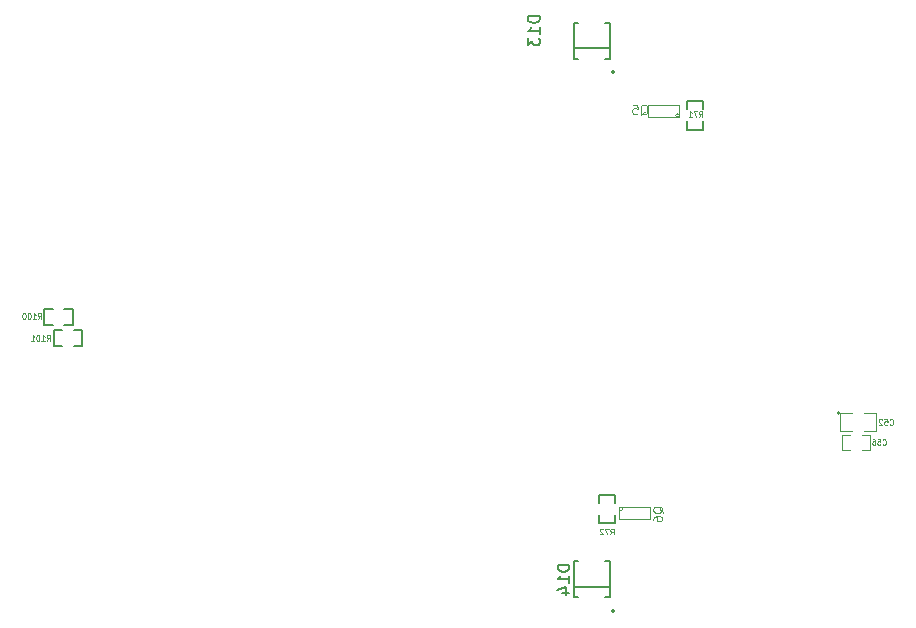
<source format=gbo>
G04 (created by PCBNEW (2013-07-07 BZR 4022)-stable) date 9/7/2014 5:26:02 PM*
%MOIN*%
G04 Gerber Fmt 3.4, Leading zero omitted, Abs format*
%FSLAX34Y34*%
G01*
G70*
G90*
G04 APERTURE LIST*
%ADD10C,0.00590551*%
%ADD11C,0.0031*%
%ADD12C,0.0039*%
%ADD13C,0.005*%
%ADD14C,0.0047*%
%ADD15C,0.0043*%
%ADD16C,0.0045*%
G04 APERTURE END LIST*
G54D10*
G54D11*
X90695Y-47168D02*
G75*
G03X90695Y-47168I-62J0D01*
G74*
G01*
X89670Y-46830D02*
X89670Y-47230D01*
X90695Y-46830D02*
X90695Y-47230D01*
X89670Y-47230D02*
X90695Y-47230D01*
X90695Y-46830D02*
X89670Y-46830D01*
X88819Y-60272D02*
G75*
G03X88819Y-60272I-62J0D01*
G74*
G01*
X89720Y-60610D02*
X89720Y-60210D01*
X88695Y-60610D02*
X88695Y-60210D01*
X89720Y-60210D02*
X88695Y-60210D01*
X88695Y-60610D02*
X89720Y-60610D01*
G54D12*
X96070Y-57080D02*
G75*
G03X96070Y-57080I-50J0D01*
G74*
G01*
X96470Y-57080D02*
X96070Y-57080D01*
X96070Y-57080D02*
X96070Y-57680D01*
X96070Y-57680D02*
X96470Y-57680D01*
X96870Y-57680D02*
X97270Y-57680D01*
X97270Y-57680D02*
X97270Y-57080D01*
X97270Y-57080D02*
X96870Y-57080D01*
G54D13*
X88015Y-60083D02*
X88015Y-59805D01*
X88015Y-59805D02*
X88565Y-59805D01*
X88565Y-59805D02*
X88565Y-60083D01*
X88015Y-60755D02*
X88015Y-60477D01*
X88015Y-60755D02*
X88565Y-60755D01*
X88565Y-60755D02*
X88565Y-60477D01*
X91495Y-47357D02*
X91495Y-47635D01*
X91495Y-47635D02*
X90945Y-47635D01*
X90945Y-47635D02*
X90945Y-47357D01*
X91495Y-46685D02*
X91495Y-46963D01*
X91495Y-46685D02*
X90945Y-46685D01*
X90945Y-46685D02*
X90945Y-46963D01*
G54D14*
X96787Y-57814D02*
X97062Y-57814D01*
X96393Y-57814D02*
X96118Y-57814D01*
X96787Y-58326D02*
X97062Y-58326D01*
X96118Y-58326D02*
X96393Y-58326D01*
X97062Y-58320D02*
X97062Y-57820D01*
X96118Y-57820D02*
X96118Y-58320D01*
G54D10*
X88540Y-63670D02*
G75*
G03X88540Y-63670I-50J0D01*
G74*
G01*
X88390Y-62870D02*
X87190Y-62870D01*
X88390Y-63220D02*
X88240Y-63220D01*
X87340Y-62020D02*
X87190Y-62020D01*
X87190Y-62020D02*
X87190Y-63220D01*
X87190Y-63220D02*
X87340Y-63220D01*
X88390Y-63220D02*
X88390Y-62020D01*
X88390Y-62020D02*
X88240Y-62020D01*
X88540Y-45730D02*
G75*
G03X88540Y-45730I-50J0D01*
G74*
G01*
X88390Y-44930D02*
X87190Y-44930D01*
X88390Y-45280D02*
X88240Y-45280D01*
X87340Y-44080D02*
X87190Y-44080D01*
X87190Y-44080D02*
X87190Y-45280D01*
X87190Y-45280D02*
X87340Y-45280D01*
X88390Y-45280D02*
X88390Y-44080D01*
X88390Y-44080D02*
X88240Y-44080D01*
G54D13*
X70123Y-54855D02*
X69845Y-54855D01*
X69845Y-54855D02*
X69845Y-54305D01*
X69845Y-54305D02*
X70123Y-54305D01*
X70795Y-54855D02*
X70517Y-54855D01*
X70795Y-54855D02*
X70795Y-54305D01*
X70795Y-54305D02*
X70517Y-54305D01*
X69813Y-54155D02*
X69535Y-54155D01*
X69535Y-54155D02*
X69535Y-53605D01*
X69535Y-53605D02*
X69813Y-53605D01*
X70485Y-54155D02*
X70207Y-54155D01*
X70485Y-54155D02*
X70485Y-53605D01*
X70485Y-53605D02*
X70207Y-53605D01*
G54D14*
X89411Y-47141D02*
X89440Y-47126D01*
X89468Y-47098D01*
X89511Y-47055D01*
X89540Y-47041D01*
X89568Y-47041D01*
X89554Y-47112D02*
X89583Y-47098D01*
X89611Y-47069D01*
X89625Y-47012D01*
X89625Y-46912D01*
X89611Y-46855D01*
X89583Y-46826D01*
X89554Y-46812D01*
X89497Y-46812D01*
X89468Y-46826D01*
X89440Y-46855D01*
X89425Y-46912D01*
X89425Y-47012D01*
X89440Y-47069D01*
X89468Y-47098D01*
X89497Y-47112D01*
X89554Y-47112D01*
X89154Y-46812D02*
X89297Y-46812D01*
X89311Y-46955D01*
X89297Y-46941D01*
X89268Y-46926D01*
X89197Y-46926D01*
X89168Y-46941D01*
X89154Y-46955D01*
X89140Y-46983D01*
X89140Y-47055D01*
X89154Y-47083D01*
X89168Y-47098D01*
X89197Y-47112D01*
X89268Y-47112D01*
X89297Y-47098D01*
X89311Y-47083D01*
X90157Y-60420D02*
X90142Y-60391D01*
X90114Y-60363D01*
X90071Y-60320D01*
X90057Y-60291D01*
X90057Y-60263D01*
X90128Y-60277D02*
X90114Y-60249D01*
X90085Y-60220D01*
X90028Y-60206D01*
X89928Y-60206D01*
X89871Y-60220D01*
X89842Y-60249D01*
X89828Y-60277D01*
X89828Y-60334D01*
X89842Y-60363D01*
X89871Y-60391D01*
X89928Y-60406D01*
X90028Y-60406D01*
X90085Y-60391D01*
X90114Y-60363D01*
X90128Y-60334D01*
X90128Y-60277D01*
X89828Y-60663D02*
X89828Y-60606D01*
X89842Y-60577D01*
X89857Y-60563D01*
X89899Y-60534D01*
X89957Y-60520D01*
X90071Y-60520D01*
X90099Y-60534D01*
X90114Y-60549D01*
X90128Y-60577D01*
X90128Y-60634D01*
X90114Y-60663D01*
X90099Y-60677D01*
X90071Y-60691D01*
X89999Y-60691D01*
X89971Y-60677D01*
X89957Y-60663D01*
X89942Y-60634D01*
X89942Y-60577D01*
X89957Y-60549D01*
X89971Y-60534D01*
X89999Y-60520D01*
G54D15*
X97716Y-57460D02*
X97726Y-57470D01*
X97754Y-57479D01*
X97772Y-57479D01*
X97801Y-57470D01*
X97819Y-57451D01*
X97829Y-57432D01*
X97838Y-57395D01*
X97838Y-57367D01*
X97829Y-57329D01*
X97819Y-57310D01*
X97801Y-57292D01*
X97772Y-57282D01*
X97754Y-57282D01*
X97726Y-57292D01*
X97716Y-57301D01*
X97538Y-57282D02*
X97632Y-57282D01*
X97641Y-57376D01*
X97632Y-57367D01*
X97613Y-57357D01*
X97566Y-57357D01*
X97547Y-57367D01*
X97538Y-57376D01*
X97529Y-57395D01*
X97529Y-57442D01*
X97538Y-57460D01*
X97547Y-57470D01*
X97566Y-57479D01*
X97613Y-57479D01*
X97632Y-57470D01*
X97641Y-57460D01*
X97453Y-57301D02*
X97444Y-57292D01*
X97425Y-57282D01*
X97378Y-57282D01*
X97360Y-57292D01*
X97350Y-57301D01*
X97341Y-57320D01*
X97341Y-57339D01*
X97350Y-57367D01*
X97463Y-57479D01*
X97341Y-57479D01*
G54D16*
X88405Y-61129D02*
X88465Y-61035D01*
X88508Y-61129D02*
X88508Y-60932D01*
X88440Y-60932D01*
X88422Y-60942D01*
X88414Y-60951D01*
X88405Y-60970D01*
X88405Y-60998D01*
X88414Y-61017D01*
X88422Y-61026D01*
X88440Y-61035D01*
X88508Y-61035D01*
X88345Y-60932D02*
X88225Y-60932D01*
X88302Y-61129D01*
X88165Y-60951D02*
X88157Y-60942D01*
X88140Y-60932D01*
X88097Y-60932D01*
X88080Y-60942D01*
X88071Y-60951D01*
X88062Y-60970D01*
X88062Y-60989D01*
X88071Y-61017D01*
X88174Y-61129D01*
X88062Y-61129D01*
X91360Y-47214D02*
X91420Y-47120D01*
X91463Y-47214D02*
X91463Y-47017D01*
X91395Y-47017D01*
X91377Y-47027D01*
X91369Y-47036D01*
X91360Y-47055D01*
X91360Y-47083D01*
X91369Y-47102D01*
X91377Y-47111D01*
X91395Y-47120D01*
X91463Y-47120D01*
X91300Y-47017D02*
X91180Y-47017D01*
X91257Y-47214D01*
X91017Y-47214D02*
X91120Y-47214D01*
X91069Y-47214D02*
X91069Y-47017D01*
X91086Y-47045D01*
X91103Y-47064D01*
X91120Y-47074D01*
X97475Y-58131D02*
X97484Y-58141D01*
X97510Y-58150D01*
X97527Y-58150D01*
X97552Y-58141D01*
X97570Y-58122D01*
X97578Y-58103D01*
X97587Y-58065D01*
X97587Y-58036D01*
X97578Y-57998D01*
X97570Y-57979D01*
X97552Y-57960D01*
X97527Y-57950D01*
X97510Y-57950D01*
X97484Y-57960D01*
X97475Y-57970D01*
X97312Y-57950D02*
X97398Y-57950D01*
X97407Y-58046D01*
X97398Y-58036D01*
X97381Y-58027D01*
X97338Y-58027D01*
X97321Y-58036D01*
X97312Y-58046D01*
X97304Y-58065D01*
X97304Y-58112D01*
X97312Y-58131D01*
X97321Y-58141D01*
X97338Y-58150D01*
X97381Y-58150D01*
X97398Y-58141D01*
X97407Y-58131D01*
X97150Y-57950D02*
X97184Y-57950D01*
X97201Y-57960D01*
X97210Y-57970D01*
X97227Y-57998D01*
X97235Y-58036D01*
X97235Y-58112D01*
X97227Y-58131D01*
X97218Y-58141D01*
X97201Y-58150D01*
X97167Y-58150D01*
X97150Y-58141D01*
X97141Y-58131D01*
X97132Y-58112D01*
X97132Y-58065D01*
X97141Y-58046D01*
X97150Y-58036D01*
X97167Y-58027D01*
X97201Y-58027D01*
X97218Y-58036D01*
X97227Y-58046D01*
X97235Y-58065D01*
G54D10*
X87039Y-62141D02*
X86645Y-62141D01*
X86645Y-62235D01*
X86664Y-62291D01*
X86701Y-62329D01*
X86739Y-62348D01*
X86814Y-62366D01*
X86870Y-62366D01*
X86945Y-62348D01*
X86983Y-62329D01*
X87020Y-62291D01*
X87039Y-62235D01*
X87039Y-62141D01*
X87039Y-62741D02*
X87039Y-62516D01*
X87039Y-62629D02*
X86645Y-62629D01*
X86701Y-62591D01*
X86739Y-62554D01*
X86758Y-62516D01*
X86776Y-63079D02*
X87039Y-63079D01*
X86626Y-62985D02*
X86908Y-62891D01*
X86908Y-63135D01*
X86049Y-43851D02*
X85655Y-43851D01*
X85655Y-43945D01*
X85674Y-44001D01*
X85711Y-44039D01*
X85749Y-44058D01*
X85824Y-44076D01*
X85880Y-44076D01*
X85955Y-44058D01*
X85993Y-44039D01*
X86030Y-44001D01*
X86049Y-43945D01*
X86049Y-43851D01*
X86049Y-44451D02*
X86049Y-44226D01*
X86049Y-44339D02*
X85655Y-44339D01*
X85711Y-44301D01*
X85749Y-44264D01*
X85768Y-44226D01*
X85655Y-44583D02*
X85655Y-44826D01*
X85805Y-44695D01*
X85805Y-44751D01*
X85824Y-44789D01*
X85843Y-44808D01*
X85880Y-44826D01*
X85974Y-44826D01*
X86011Y-44808D01*
X86030Y-44789D01*
X86049Y-44751D01*
X86049Y-44639D01*
X86030Y-44601D01*
X86011Y-44583D01*
G54D16*
X69611Y-54679D02*
X69671Y-54585D01*
X69714Y-54679D02*
X69714Y-54482D01*
X69645Y-54482D01*
X69628Y-54492D01*
X69620Y-54501D01*
X69611Y-54520D01*
X69611Y-54548D01*
X69620Y-54567D01*
X69628Y-54576D01*
X69645Y-54585D01*
X69714Y-54585D01*
X69440Y-54679D02*
X69542Y-54679D01*
X69491Y-54679D02*
X69491Y-54482D01*
X69508Y-54510D01*
X69525Y-54529D01*
X69542Y-54539D01*
X69328Y-54482D02*
X69311Y-54482D01*
X69294Y-54492D01*
X69285Y-54501D01*
X69277Y-54520D01*
X69268Y-54557D01*
X69268Y-54604D01*
X69277Y-54642D01*
X69285Y-54660D01*
X69294Y-54670D01*
X69311Y-54679D01*
X69328Y-54679D01*
X69345Y-54670D01*
X69354Y-54660D01*
X69362Y-54642D01*
X69371Y-54604D01*
X69371Y-54557D01*
X69362Y-54520D01*
X69354Y-54501D01*
X69345Y-54492D01*
X69328Y-54482D01*
X69097Y-54679D02*
X69199Y-54679D01*
X69148Y-54679D02*
X69148Y-54482D01*
X69165Y-54510D01*
X69182Y-54529D01*
X69199Y-54539D01*
X69321Y-53949D02*
X69381Y-53855D01*
X69424Y-53949D02*
X69424Y-53752D01*
X69355Y-53752D01*
X69338Y-53762D01*
X69330Y-53771D01*
X69321Y-53790D01*
X69321Y-53818D01*
X69330Y-53837D01*
X69338Y-53846D01*
X69355Y-53855D01*
X69424Y-53855D01*
X69150Y-53949D02*
X69252Y-53949D01*
X69201Y-53949D02*
X69201Y-53752D01*
X69218Y-53780D01*
X69235Y-53799D01*
X69252Y-53809D01*
X69038Y-53752D02*
X69021Y-53752D01*
X69004Y-53762D01*
X68995Y-53771D01*
X68987Y-53790D01*
X68978Y-53827D01*
X68978Y-53874D01*
X68987Y-53912D01*
X68995Y-53930D01*
X69004Y-53940D01*
X69021Y-53949D01*
X69038Y-53949D01*
X69055Y-53940D01*
X69064Y-53930D01*
X69072Y-53912D01*
X69081Y-53874D01*
X69081Y-53827D01*
X69072Y-53790D01*
X69064Y-53771D01*
X69055Y-53762D01*
X69038Y-53752D01*
X68867Y-53752D02*
X68849Y-53752D01*
X68832Y-53762D01*
X68824Y-53771D01*
X68815Y-53790D01*
X68807Y-53827D01*
X68807Y-53874D01*
X68815Y-53912D01*
X68824Y-53930D01*
X68832Y-53940D01*
X68849Y-53949D01*
X68867Y-53949D01*
X68884Y-53940D01*
X68892Y-53930D01*
X68901Y-53912D01*
X68909Y-53874D01*
X68909Y-53827D01*
X68901Y-53790D01*
X68892Y-53771D01*
X68884Y-53762D01*
X68867Y-53752D01*
M02*

</source>
